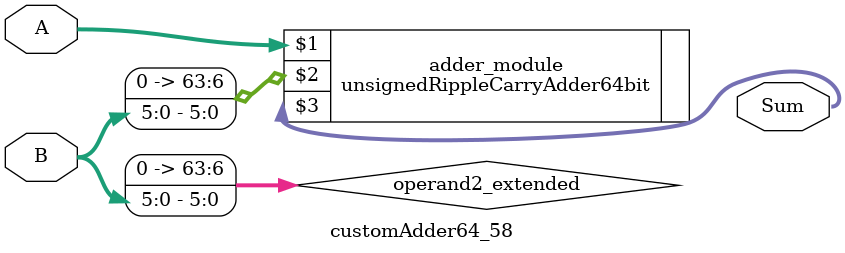
<source format=v>
module customAdder64_58(
                        input [63 : 0] A,
                        input [5 : 0] B,
                        
                        output [64 : 0] Sum
                );

        wire [63 : 0] operand2_extended;
        
        assign operand2_extended =  {58'b0, B};
        
        unsignedRippleCarryAdder64bit adder_module(
            A,
            operand2_extended,
            Sum
        );
        
        endmodule
        
</source>
